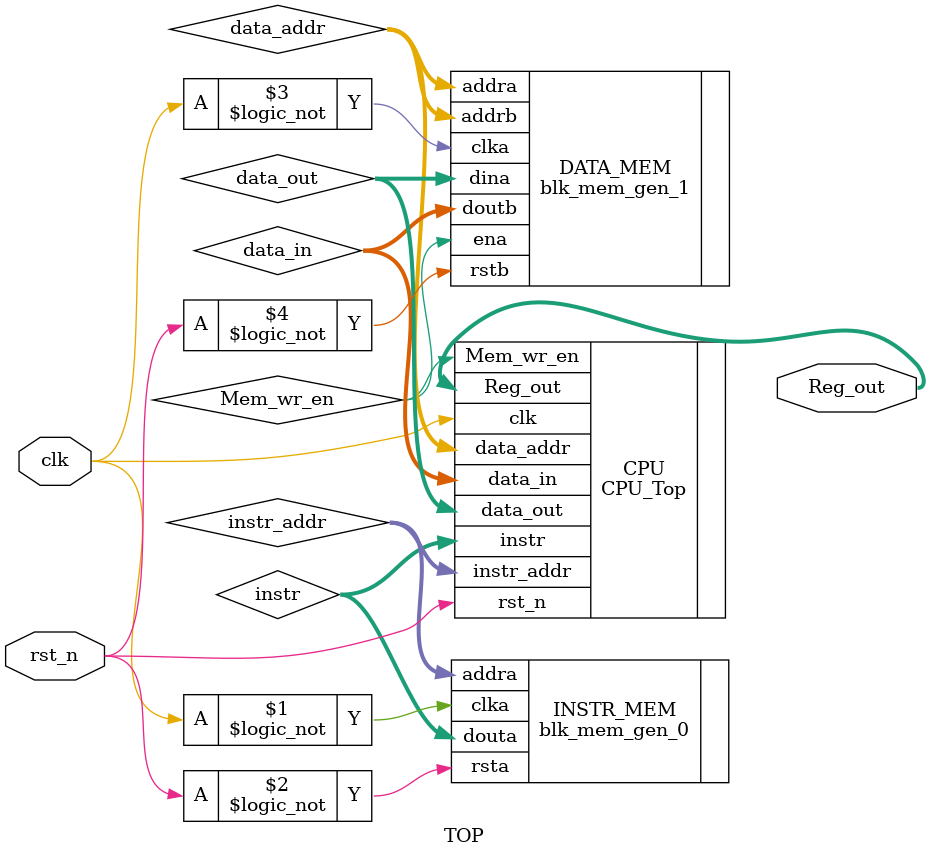
<source format=v>
`timescale 1ns / 1ps


module TOP(clk, rst_n, Reg_out);
input clk, rst_n;
output [15:0] Reg_out;
wire Mem_wr_en;
wire [15:0] instr, instr_addr, data_in, data_out, data_addr;
//processor
CPU_Top CPU(.clk(clk), .rst_n(rst_n), .instr(instr), .data_in(data_in), .instr_addr(instr_addr), .Mem_wr_en(Mem_wr_en),
            .data_out(data_out), .data_addr(data_addr), .Reg_out(Reg_out));
//instruction memory            
blk_mem_gen_0 INSTR_MEM(.clka(!clk), .rsta(!rst_n), .addra(instr_addr), .douta(instr));
//data memory
blk_mem_gen_1 DATA_MEM(.clka(!clk), .rstb(!rst_n), .addra(data_addr), .doutb(data_in), .dina(data_out), .ena(Mem_wr_en),
            .addrb(data_addr));
endmodule

</source>
